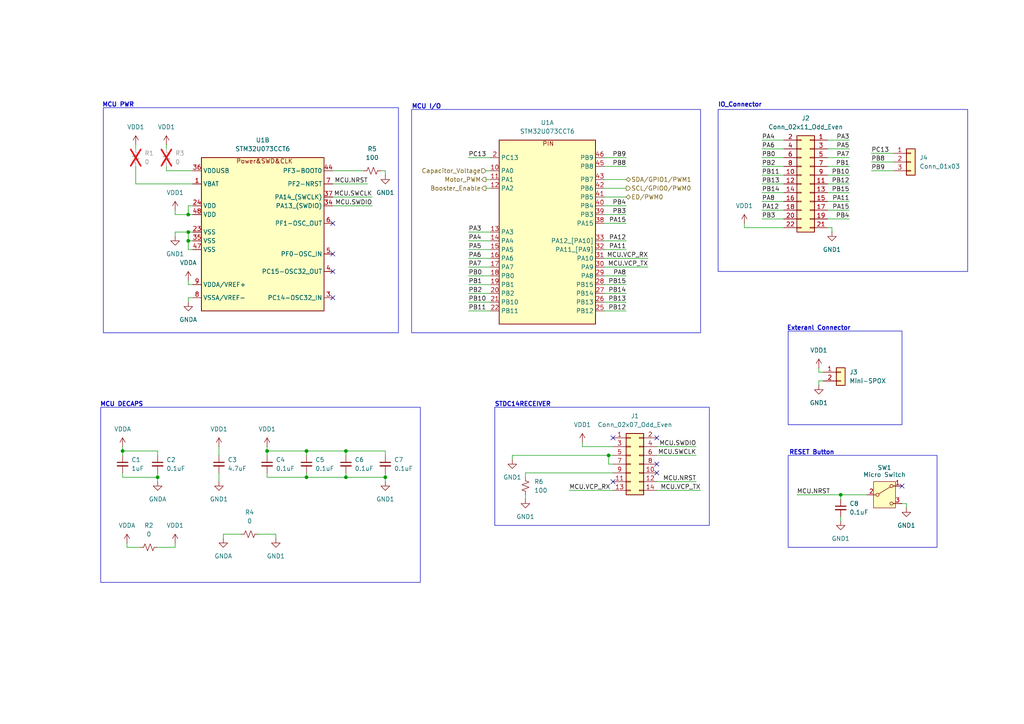
<source format=kicad_sch>
(kicad_sch (version 20231120) (generator "eeschema") (generator_version "8.0")
  (paper "A4")
  (title_block (title "Simple Lock MCU") (date "2024-04-27") (company "MAZE"))
  (lib_symbols
    (symbol "Connector_Generic:Conn_01x02" (pin_names (offset 1.016) hide)
      (property "Reference" "J" (at 0 2.54 0))
      (property "Value" "Conn_01x02" (at 0 -5.08 0))
      (symbol "Conn_01x02_1_1"
        (rectangle (start -1.27 -2.413) (end 0 -2.667) (stroke (width 0.1524)))
        (rectangle (start -1.27 0.127) (end 0 -0.127) (stroke (width 0.1524)))
        (rectangle (start -1.27 1.27) (end 1.27 -3.81) (stroke (width 0.254)) (fill (type background)))
        (pin passive line (at -5.08 0 0) (length 3.81) (name "Pin_1") (number "1"))
        (pin passive line (at -5.08 -2.54 0) (length 3.81) (name "Pin_2") (number "2"))
      )
    )
    (symbol "Connector_Generic:Conn_01x03" (pin_names (offset 1.016) hide)
      (property "Reference" "J" (at 0 5.08 0))
      (property "Value" "Conn_01x03" (at 0 -5.08 0))
      (symbol "Conn_01x03_1_1"
        (rectangle (start -1.27 -2.413) (end 0 -2.667) (stroke (width 0.1524)))
        (rectangle (start -1.27 0.127) (end 0 -0.127) (stroke (width 0.1524)))
        (rectangle (start -1.27 2.667) (end 0 2.413) (stroke (width 0.1524)))
        (rectangle (start -1.27 3.81) (end 1.27 -3.81) (stroke (width 0.254)) (fill (type background)))
        (pin passive line (at -5.08 2.54 0) (length 3.81) (name "Pin_1") (number "1"))
        (pin passive line (at -5.08 0 0) (length 3.81) (name "Pin_2") (number "2"))
        (pin passive line (at -5.08 -2.54 0) (length 3.81) (name "Pin_3") (number "3"))
      )
    )
    (symbol "Connector_Generic:Conn_02x07_Odd_Even" (pin_names (offset 1.016) hide)
      (property "Reference" "J" (at 1.27 10.16 0))
      (property "Value" "Conn_02x07_Odd_Even" (at 1.27 -10.16 0))
      (symbol "Conn_02x07_Odd_Even_1_1"
        (rectangle (start -1.27 -7.493) (end 0 -7.747) (stroke (width 0.1524)))
        (rectangle (start -1.27 -4.953) (end 0 -5.207) (stroke (width 0.1524)))
        (rectangle (start -1.27 -2.413) (end 0 -2.667) (stroke (width 0.1524)))
        (rectangle (start -1.27 0.127) (end 0 -0.127) (stroke (width 0.1524)))
        (rectangle (start -1.27 2.667) (end 0 2.413) (stroke (width 0.1524)))
        (rectangle (start -1.27 5.207) (end 0 4.953) (stroke (width 0.1524)))
        (rectangle (start -1.27 7.747) (end 0 7.493) (stroke (width 0.1524)))
        (rectangle (start -1.27 8.89) (end 3.81 -8.89) (stroke (width 0.254)) (fill (type background)))
        (rectangle (start 3.81 -7.493) (end 2.54 -7.747) (stroke (width 0.1524)))
        (rectangle (start 3.81 -4.953) (end 2.54 -5.207) (stroke (width 0.1524)))
        (rectangle (start 3.81 -2.413) (end 2.54 -2.667) (stroke (width 0.1524)))
        (rectangle (start 3.81 0.127) (end 2.54 -0.127) (stroke (width 0.1524)))
        (rectangle (start 3.81 2.667) (end 2.54 2.413) (stroke (width 0.1524)))
        (rectangle (start 3.81 5.207) (end 2.54 4.953) (stroke (width 0.1524)))
        (rectangle (start 3.81 7.747) (end 2.54 7.493) (stroke (width 0.1524)))
        (pin passive line (at -5.08 7.62 0) (length 3.81) (name "Pin_1") (number "1"))
        (pin passive line (at 7.62 -2.54 180) (length 3.81) (name "Pin_10") (number "10"))
        (pin passive line (at -5.08 -5.08 0) (length 3.81) (name "Pin_11") (number "11"))
        (pin passive line (at 7.62 -5.08 180) (length 3.81) (name "Pin_12") (number "12"))
        (pin passive line (at -5.08 -7.62 0) (length 3.81) (name "Pin_13") (number "13"))
        (pin passive line (at 7.62 -7.62 180) (length 3.81) (name "Pin_14") (number "14"))
        (pin passive line (at 7.62 7.62 180) (length 3.81) (name "Pin_2") (number "2"))
        (pin passive line (at -5.08 5.08 0) (length 3.81) (name "Pin_3") (number "3"))
        (pin passive line (at 7.62 5.08 180) (length 3.81) (name "Pin_4") (number "4"))
        (pin passive line (at -5.08 2.54 0) (length 3.81) (name "Pin_5") (number "5"))
        (pin passive line (at 7.62 2.54 180) (length 3.81) (name "Pin_6") (number "6"))
        (pin passive line (at -5.08 0 0) (length 3.81) (name "Pin_7") (number "7"))
        (pin passive line (at 7.62 0 180) (length 3.81) (name "Pin_8") (number "8"))
        (pin passive line (at -5.08 -2.54 0) (length 3.81) (name "Pin_9") (number "9"))
      )
    )
    (symbol "Connector_Generic:Conn_02x11_Odd_Even" (pin_names (offset 1.016) hide)
      (property "Reference" "J" (at 1.27 15.24 0))
      (property "Value" "Conn_02x11_Odd_Even" (at 1.27 -15.24 0))
      (symbol "Conn_02x11_Odd_Even_1_1"
        (rectangle (start -1.27 -12.573) (end 0 -12.827) (stroke (width 0.1524)))
        (rectangle (start -1.27 -10.033) (end 0 -10.287) (stroke (width 0.1524)))
        (rectangle (start -1.27 -7.493) (end 0 -7.747) (stroke (width 0.1524)))
        (rectangle (start -1.27 -4.953) (end 0 -5.207) (stroke (width 0.1524)))
        (rectangle (start -1.27 -2.413) (end 0 -2.667) (stroke (width 0.1524)))
        (rectangle (start -1.27 0.127) (end 0 -0.127) (stroke (width 0.1524)))
        (rectangle (start -1.27 2.667) (end 0 2.413) (stroke (width 0.1524)))
        (rectangle (start -1.27 5.207) (end 0 4.953) (stroke (width 0.1524)))
        (rectangle (start -1.27 7.747) (end 0 7.493) (stroke (width 0.1524)))
        (rectangle (start -1.27 10.287) (end 0 10.033) (stroke (width 0.1524)))
        (rectangle (start -1.27 12.827) (end 0 12.573) (stroke (width 0.1524)))
        (rectangle (start -1.27 13.97) (end 3.81 -13.97) (stroke (width 0.254)) (fill (type background)))
        (rectangle (start 3.81 -12.573) (end 2.54 -12.827) (stroke (width 0.1524)))
        (rectangle (start 3.81 -10.033) (end 2.54 -10.287) (stroke (width 0.1524)))
        (rectangle (start 3.81 -7.493) (end 2.54 -7.747) (stroke (width 0.1524)))
        (rectangle (start 3.81 -4.953) (end 2.54 -5.207) (stroke (width 0.1524)))
        (rectangle (start 3.81 -2.413) (end 2.54 -2.667) (stroke (width 0.1524)))
        (rectangle (start 3.81 0.127) (end 2.54 -0.127) (stroke (width 0.1524)))
        (rectangle (start 3.81 2.667) (end 2.54 2.413) (stroke (width 0.1524)))
        (rectangle (start 3.81 5.207) (end 2.54 4.953) (stroke (width 0.1524)))
        (rectangle (start 3.81 7.747) (end 2.54 7.493) (stroke (width 0.1524)))
        (rectangle (start 3.81 10.287) (end 2.54 10.033) (stroke (width 0.1524)))
        (rectangle (start 3.81 12.827) (end 2.54 12.573) (stroke (width 0.1524)))
        (pin passive line (at -5.08 12.7 0) (length 3.81) (name "Pin_1") (number "1"))
        (pin passive line (at 7.62 2.54 180) (length 3.81) (name "Pin_10") (number "10"))
        (pin passive line (at -5.08 0 0) (length 3.81) (name "Pin_11") (number "11"))
        (pin passive line (at 7.62 0 180) (length 3.81) (name "Pin_12") (number "12"))
        (pin passive line (at -5.08 -2.54 0) (length 3.81) (name "Pin_13") (number "13"))
        (pin passive line (at 7.62 -2.54 180) (length 3.81) (name "Pin_14") (number "14"))
        (pin passive line (at -5.08 -5.08 0) (length 3.81) (name "Pin_15") (number "15"))
        (pin passive line (at 7.62 -5.08 180) (length 3.81) (name "Pin_16") (number "16"))
        (pin passive line (at -5.08 -7.62 0) (length 3.81) (name "Pin_17") (number "17"))
        (pin passive line (at 7.62 -7.62 180) (length 3.81) (name "Pin_18") (number "18"))
        (pin passive line (at -5.08 -10.16 0) (length 3.81) (name "Pin_19") (number "19"))
        (pin passive line (at 7.62 12.7 180) (length 3.81) (name "Pin_2") (number "2"))
        (pin passive line (at 7.62 -10.16 180) (length 3.81) (name "Pin_20") (number "20"))
        (pin passive line (at -5.08 -12.7 0) (length 3.81) (name "Pin_21") (number "21"))
        (pin passive line (at 7.62 -12.7 180) (length 3.81) (name "Pin_22") (number "22"))
        (pin passive line (at -5.08 10.16 0) (length 3.81) (name "Pin_3") (number "3"))
        (pin passive line (at 7.62 10.16 180) (length 3.81) (name "Pin_4") (number "4"))
        (pin passive line (at -5.08 7.62 0) (length 3.81) (name "Pin_5") (number "5"))
        (pin passive line (at 7.62 7.62 180) (length 3.81) (name "Pin_6") (number "6"))
        (pin passive line (at -5.08 5.08 0) (length 3.81) (name "Pin_7") (number "7"))
        (pin passive line (at 7.62 5.08 180) (length 3.81) (name "Pin_8") (number "8"))
        (pin passive line (at -5.08 2.54 0) (length 3.81) (name "Pin_9") (number "9"))
      )
    )
    (symbol "Device:C_Small" (pin_numbers hide) (pin_names (offset 0.254) hide)
      (property "Reference" "C" (at 0.254 1.778 0))
      (property "Value" "C_Small" (at 0.254 -2.032 0))
      (symbol "C_Small_0_1"
        (polyline (pts (xy -1.524 -0.508) (xy 1.524 -0.508)) (stroke (width 0.3302)))
        (polyline (pts (xy -1.524 0.508) (xy 1.524 0.508)) (stroke (width 0.3048)))
      )
      (symbol "C_Small_1_1"
        (pin passive line (at 0 2.54 270) (length 2.032) (name "~") (number "1"))
        (pin passive line (at 0 -2.54 90) (length 2.032) (name "~") (number "2"))
      )
    )
    (symbol "Device:R_Small_US" (pin_numbers hide) (pin_names (offset 0.254) hide)
      (property "Reference" "R" (at 0.762 0.508 0))
      (property "Value" "R_Small_US" (at 0.762 -1.016 0))
      (symbol "R_Small_US_1_1"
        (polyline (pts (xy 0 0) (xy 1.016 -0.381) (xy 0 -0.762) (xy -1.016 -1.143) (xy 0 -1.524)))
        (polyline (pts (xy 0 1.524) (xy 1.016 1.143) (xy 0 0.762) (xy -1.016 0.381) (xy 0 0)))
        (pin passive line (at 0 2.54 270) (length 1.016) (name "~") (number "1"))
        (pin passive line (at 0 -2.54 90) (length 1.016) (name "~") (number "2"))
      )
    )
    (symbol "HS_MCU:STM32U073CCT6"
      (property "Reference" "U" (at 0 0 0))
      (property "Value" "STM32U073CCT6" (at 0 0 0))
      (symbol "STM32U073CCT6_1_1"
        (rectangle (start 0 0) (end 27.94 -53.34) (stroke (width 0.254)) (fill (type background)))
        (text "PIN" (at 14.224 -1.016 0) (effects (font (size 1.27 1.27))))
        (pin passive line (at -2.54 -8.89 0) (length 2.54) (name "PA0") (number "10"))
        (pin passive line (at -2.54 -11.43 0) (length 2.54) (name "PA1") (number "11"))
        (pin passive line (at -2.54 -13.97 0) (length 2.54) (name "PA2") (number "12"))
        (pin passive line (at -2.54 -26.67 0) (length 2.54) (name "PA3") (number "13"))
        (pin passive line (at -2.54 -29.21 0) (length 2.54) (name "PA4") (number "14"))
        (pin passive line (at -2.54 -31.75 0) (length 2.54) (name "PA5") (number "15"))
        (pin passive line (at -2.54 -34.29 0) (length 2.54) (name "PA6") (number "16"))
        (pin passive line (at -2.54 -36.83 0) (length 2.54) (name "PA7") (number "17"))
        (pin passive line (at -2.54 -39.37 0) (length 2.54) (name "PB0") (number "18"))
        (pin passive line (at -2.54 -41.91 0) (length 2.54) (name "PB1") (number "19"))
        (pin passive line (at -2.54 -5.08 0) (length 2.54) (name "PC13") (number "2"))
        (pin passive line (at -2.54 -44.45 0) (length 2.54) (name "PB2") (number "20"))
        (pin passive line (at -2.54 -46.99 0) (length 2.54) (name "PB10") (number "21"))
        (pin passive line (at -2.54 -49.53 0) (length 2.54) (name "PB11") (number "22"))
        (pin passive line (at 30.48 -49.53 180) (length 2.54) (name "PB12") (number "25"))
        (pin passive line (at 30.48 -46.99 180) (length 2.54) (name "PB13") (number "26"))
        (pin passive line (at 30.48 -44.45 180) (length 2.54) (name "PB14") (number "27"))
        (pin passive line (at 30.48 -41.91 180) (length 2.54) (name "PB15") (number "28"))
        (pin passive line (at 30.48 -39.37 180) (length 2.54) (name "PA8") (number "29"))
        (pin passive line (at 30.48 -36.83 180) (length 2.54) (name "PA9") (number "30"))
        (pin passive line (at 30.48 -34.29 180) (length 2.54) (name "PA10") (number "31"))
        (pin passive line (at 30.48 -31.75 180) (length 2.54) (name "PA11_[PA9]") (number "32"))
        (pin passive line (at 30.48 -29.21 180) (length 2.54) (name "PA12_[PA10]") (number "33"))
        (pin passive line (at 30.48 -24.13 180) (length 2.54) (name "PA15") (number "38"))
        (pin passive line (at 30.48 -21.59 180) (length 2.54) (name "PB3") (number "39"))
        (pin passive line (at 30.48 -19.05 180) (length 2.54) (name "PB4") (number "40"))
        (pin passive line (at 30.48 -16.51 180) (length 2.54) (name "PB5") (number "41"))
        (pin passive line (at 30.48 -13.97 180) (length 2.54) (name "PB6") (number "42"))
        (pin passive line (at 30.48 -11.43 180) (length 2.54) (name "PB7") (number "43"))
        (pin passive line (at 30.48 -7.62 180) (length 2.54) (name "PB8") (number "45"))
        (pin passive line (at 30.48 -5.08 180) (length 2.54) (name "PB9") (number "46"))
      )
      (symbol "STM32U073CCT6_2_1"
        (rectangle (start 0 0) (end 35.56 -44.45) (stroke (width 0.254)) (fill (type background)))
        (text "Power&SWD&CLK" (at 18.288 -1.016 0) (effects (font (size 1.27 1.27))))
        (pin passive line (at -2.54 -7.62 0) (length 2.54) (name "VBAT") (number "1"))
        (pin passive line (at -2.54 -21.59 0) (length 2.54) (name "VSS") (number "23"))
        (pin passive line (at -2.54 -13.97 0) (length 2.54) (name "VDD") (number "24"))
        (pin passive line (at 38.1 -40.64 180) (length 2.54) (name "PC14-OSC32_IN") (number "3"))
        (pin passive line (at 38.1 -13.97 180) (length 2.54) (name "PA13_(SWDIO)") (number "34"))
        (pin passive line (at -2.54 -24.13 0) (length 2.54) (name "VSS") (number "35"))
        (pin passive line (at -2.54 -3.81 0) (length 2.54) (name "VDDUSB") (number "36"))
        (pin passive line (at 38.1 -11.43 180) (length 2.54) (name "PA14_(SWCLK)") (number "37"))
        (pin passive line (at 38.1 -33.02 180) (length 2.54) (name "PC15-OSC32_OUT") (number "4"))
        (pin passive line (at 38.1 -3.81 180) (length 2.54) (name "PF3-BOOT0") (number "44"))
        (pin passive line (at -2.54 -26.67 0) (length 2.54) (name "VSS") (number "47"))
        (pin passive line (at -2.54 -16.51 0) (length 2.54) (name "VDD") (number "48"))
        (pin passive line (at 38.1 -27.94 180) (length 2.54) (name "PF0-OSC_IN") (number "5"))
        (pin passive line (at 38.1 -19.05 180) (length 2.54) (name "PF1-OSC_OUT") (number "6"))
        (pin passive line (at 38.1 -7.62 180) (length 2.54) (name "PF2-NRST") (number "7"))
        (pin passive line (at -2.54 -40.64 0) (length 2.54) (name "VSSA/VREF-") (number "8"))
        (pin passive line (at -2.54 -36.83 0) (length 2.54) (name "VDDA/VREF+") (number "9"))
      )
    )
    (symbol "STM32U073CCT6_1"
      (property "Reference" "U" (at 0 0 0))
      (property "Value" "STM32U073CCT6" (at 0 0 0))
      (symbol "STM32U073CCT6_1_1_1"
        (rectangle (start 0 0) (end 27.94 -53.34) (stroke (width 0.254)) (fill (type background)))
        (text "PIN" (at 14.224 -1.016 0) (effects (font (size 1.27 1.27))))
        (pin passive line (at -2.54 -8.89 0) (length 2.54) (name "PA0") (number "10"))
        (pin passive line (at -2.54 -11.43 0) (length 2.54) (name "PA1") (number "11"))
        (pin passive line (at -2.54 -13.97 0) (length 2.54) (name "PA2") (number "12"))
        (pin passive line (at -2.54 -26.67 0) (length 2.54) (name "PA3") (number "13"))
        (pin passive line (at -2.54 -29.21 0) (length 2.54) (name "PA4") (number "14"))
        (pin passive line (at -2.54 -31.75 0) (length 2.54) (name "PA5") (number "15"))
        (pin passive line (at -2.54 -34.29 0) (length 2.54) (name "PA6") (number "16"))
        (pin passive line (at -2.54 -36.83 0) (length 2.54) (name "PA7") (number "17"))
        (pin passive line (at -2.54 -39.37 0) (length 2.54) (name "PB0") (number "18"))
        (pin passive line (at -2.54 -41.91 0) (length 2.54) (name "PB1") (number "19"))
        (pin passive line (at -2.54 -5.08 0) (length 2.54) (name "PC13") (number "2"))
        (pin passive line (at -2.54 -44.45 0) (length 2.54) (name "PB2") (number "20"))
        (pin passive line (at -2.54 -46.99 0) (length 2.54) (name "PB10") (number "21"))
        (pin passive line (at -2.54 -49.53 0) (length 2.54) (name "PB11") (number "22"))
        (pin passive line (at 30.48 -49.53 180) (length 2.54) (name "PB12") (number "25"))
        (pin passive line (at 30.48 -46.99 180) (length 2.54) (name "PB13") (number "26"))
        (pin passive line (at 30.48 -44.45 180) (length 2.54) (name "PB14") (number "27"))
        (pin passive line (at 30.48 -41.91 180) (length 2.54) (name "PB15") (number "28"))
        (pin passive line (at 30.48 -39.37 180) (length 2.54) (name "PA8") (number "29"))
        (pin passive line (at 30.48 -36.83 180) (length 2.54) (name "PA9") (number "30"))
        (pin passive line (at 30.48 -34.29 180) (length 2.54) (name "PA10") (number "31"))
        (pin passive line (at 30.48 -31.75 180) (length 2.54) (name "PA11_[PA9]") (number "32"))
        (pin passive line (at 30.48 -29.21 180) (length 2.54) (name "PA12_[PA10]") (number "33"))
        (pin passive line (at 30.48 -24.13 180) (length 2.54) (name "PA15") (number "38"))
        (pin passive line (at 30.48 -21.59 180) (length 2.54) (name "PB3") (number "39"))
        (pin passive line (at 30.48 -19.05 180) (length 2.54) (name "PB4") (number "40"))
        (pin passive line (at 30.48 -16.51 180) (length 2.54) (name "PB5") (number "41"))
        (pin passive line (at 30.48 -13.97 180) (length 2.54) (name "PB6") (number "42"))
        (pin passive line (at 30.48 -11.43 180) (length 2.54) (name "PB7") (number "43"))
        (pin passive line (at 30.48 -7.62 180) (length 2.54) (name "PB8") (number "45"))
        (pin passive line (at 30.48 -5.08 180) (length 2.54) (name "PB9") (number "46"))
      )
      (symbol "STM32U073CCT6_1_2_1"
        (rectangle (start 0 0) (end 35.56 -44.45) (stroke (width 0.254)) (fill (type background)))
        (text "Power&SWD&CLK" (at 18.288 -1.016 0) (effects (font (size 1.27 1.27))))
        (pin passive line (at -2.54 -7.62 0) (length 2.54) (name "VBAT") (number "1"))
        (pin passive line (at -2.54 -21.59 0) (length 2.54) (name "VSS") (number "23"))
        (pin passive line (at -2.54 -13.97 0) (length 2.54) (name "VDD") (number "24"))
        (pin passive line (at 38.1 -40.64 180) (length 2.54) (name "PC14-OSC32_IN") (number "3"))
        (pin passive line (at 38.1 -13.97 180) (length 2.54) (name "PA13_(SWDIO)") (number "34"))
        (pin passive line (at -2.54 -24.13 0) (length 2.54) (name "VSS") (number "35"))
        (pin passive line (at -2.54 -3.81 0) (length 2.54) (name "VDDUSB") (number "36"))
        (pin passive line (at 38.1 -11.43 180) (length 2.54) (name "PA14_(SWCLK)") (number "37"))
        (pin passive line (at 38.1 -33.02 180) (length 2.54) (name "PC15-OSC32_OUT") (number "4"))
        (pin passive line (at 38.1 -3.81 180) (length 2.54) (name "PF3-BOOT0") (number "44"))
        (pin passive line (at -2.54 -26.67 0) (length 2.54) (name "VSS") (number "47"))
        (pin passive line (at -2.54 -16.51 0) (length 2.54) (name "VDD") (number "48"))
        (pin passive line (at 38.1 -27.94 180) (length 2.54) (name "PF0-OSC_IN") (number "5"))
        (pin passive line (at 38.1 -19.05 180) (length 2.54) (name "PF1-OSC_OUT") (number "6"))
        (pin passive line (at 38.1 -7.62 180) (length 2.54) (name "PF2-NRST") (number "7"))
        (pin passive line (at -2.54 -40.64 0) (length 2.54) (name "VSSA/VREF-") (number "8"))
        (pin passive line (at -2.54 -36.83 0) (length 2.54) (name "VDDA/VREF+") (number "9"))
      )
    )
    (symbol "Switch:SW_SPDT" (pin_names (offset 0) hide)
      (property "Reference" "SW" (at 0 5.08 0))
      (property "Value" "SW_SPDT" (at 0 -5.08 0))
      (symbol "SW_SPDT_0_1"
        (circle (center -2.032 0) (radius 0.4572))
        (polyline (pts (xy -1.651 0.254) (xy 1.651 2.286)))
        (circle (center 2.032 -2.54) (radius 0.4572))
        (circle (center 2.032 2.54) (radius 0.4572))
      )
      (symbol "SW_SPDT_1_1"
        (rectangle (start -3.175 3.81) (end 3.175 -3.81) (fill (type background)))
        (pin passive line (at 5.08 2.54 180) (length 2.54) (name "A") (number "1"))
        (pin passive line (at -5.08 0 0) (length 2.54) (name "B") (number "2"))
        (pin passive line (at 5.08 -2.54 180) (length 2.54) (name "C") (number "3"))
      )
    )
    (symbol "power:GND1" (power) (pin_numbers hide) (pin_names (offset 0) hide)
      (property "Value" "GND1" (at 0 -3.81 0))
      (symbol "GND1_0_1"
        (polyline (pts (xy 0 0) (xy 0 -1.27) (xy 1.27 -1.27) (xy 0 -2.54) (xy -1.27 -1.27) (xy 0 -1.27)))
      )
      (symbol "GND1_1_1"
        (pin power_in line (at 0 0 270) (length 0) (name "~") (number "1"))
      )
    )
    (symbol "power:GNDA" (power) (pin_numbers hide) (pin_names (offset 0) hide)
      (property "Value" "GNDA" (at 0 -3.81 0))
      (symbol "GNDA_0_1"
        (polyline (pts (xy 0 0) (xy 0 -1.27) (xy 1.27 -1.27) (xy 0 -2.54) (xy -1.27 -1.27) (xy 0 -1.27)))
      )
      (symbol "GNDA_1_1"
        (pin power_in line (at 0 0 270) (length 0) (name "~") (number "1"))
      )
    )
    (symbol "power:VDD" (power) (pin_numbers hide) (pin_names (offset 0) hide)
      (property "Value" "VDD" (at 0 3.556 0))
      (symbol "VDD_0_1"
        (polyline (pts (xy -0.762 1.27) (xy 0 2.54)))
        (polyline (pts (xy 0 0) (xy 0 2.54)))
        (polyline (pts (xy 0 2.54) (xy 0.762 1.27)))
      )
      (symbol "VDD_1_1"
        (pin power_in line (at 0 0 90) (length 0) (name "~") (number "1"))
      )
    )
    (symbol "power:VDDA" (power) (pin_numbers hide) (pin_names (offset 0) hide)
      (property "Value" "VDDA" (at 0 3.556 0))
      (symbol "VDDA_0_1"
        (polyline (pts (xy -0.762 1.27) (xy 0 2.54)))
        (polyline (pts (xy 0 0) (xy 0 2.54)))
        (polyline (pts (xy 0 2.54) (xy 0.762 1.27)))
      )
      (symbol "VDDA_1_1"
        (pin power_in line (at 0 0 90) (length 0) (name "~") (number "1"))
      )
    )
  )
  (junction (at 54.61 69.85))
  (junction (at 54.61 67.31))
  (junction (at 111.76 138.43))
  (junction (at 176.53 132.08))
  (junction (at 77.47 130.81))
  (junction (at 100.33 138.43))
  (junction (at 54.61 62.23))
  (junction (at 35.56 130.81))
  (junction (at 88.9 130.81))
  (junction (at 45.72 138.43))
  (junction (at 88.9 138.43))
  (junction (at 243.84 143.51))
  (junction (at 100.33 130.81))
  (no_connect (at 190.5 134.62))
  (no_connect (at 96.52 86.36))
  (no_connect (at 177.8 127))
  (no_connect (at 177.8 139.7))
  (no_connect (at 96.52 64.77))
  (no_connect (at 96.52 73.66))
  (no_connect (at 190.5 137.16))
  (no_connect (at 96.52 78.74))
  (no_connect (at 261.62 140.97))
  (no_connect (at 190.5 127))
  (wire (pts (xy 240.03 55.88) (xy 246.38 55.88)))
  (wire (pts (xy 45.72 138.43) (xy 45.72 137.16)))
  (wire (pts (xy 135.89 72.39) (xy 142.24 72.39)))
  (wire (pts (xy 100.33 138.43) (xy 111.76 138.43)))
  (wire (pts (xy 88.9 138.43) (xy 100.33 138.43)))
  (wire (pts (xy 100.33 130.81) (xy 111.76 130.81)))
  (wire (pts (xy 246.38 48.26) (xy 240.03 48.26)))
  (wire (pts (xy 96.52 49.53) (xy 105.41 49.53)))
  (wire (pts (xy 111.76 49.53) (xy 110.49 49.53)))
  (wire (pts (xy 181.61 57.15) (xy 175.26 57.15)))
  (wire (pts (xy 227.33 40.64) (xy 220.98 40.64)))
  (wire (pts (xy 152.4 143.51) (xy 152.4 144.78)))
  (wire (pts (xy 54.61 62.23) (xy 50.8 62.23)))
  (wire (pts (xy 48.26 48.26) (xy 48.26 49.53)))
  (wire (pts (xy 175.26 48.26) (xy 181.61 48.26)))
  (wire (pts (xy 243.84 143.51) (xy 251.46 143.51)))
  (wire (pts (xy 64.77 154.94) (xy 69.85 154.94)))
  (wire (pts (xy 100.33 137.16) (xy 100.33 138.43)))
  (wire (pts (xy 262.89 146.05) (xy 261.62 146.05)))
  (wire (pts (xy 135.89 80.01) (xy 142.24 80.01)))
  (wire (pts (xy 45.72 130.81) (xy 45.72 132.08)))
  (wire (pts (xy 77.47 137.16) (xy 77.47 138.43)))
  (wire (pts (xy 55.88 82.55) (xy 54.61 82.55)))
  (wire (pts (xy 77.47 130.81) (xy 88.9 130.81)))
  (wire (pts (xy 96.52 59.69) (xy 107.95 59.69)))
  (wire (pts (xy 262.89 147.32) (xy 262.89 146.05)))
  (wire (pts (xy 240.03 58.42) (xy 246.38 58.42)))
  (wire (pts (xy 54.61 69.85) (xy 55.88 69.85)))
  (wire (pts (xy 100.33 130.81) (xy 100.33 132.08)))
  (wire (pts (xy 165.1 142.24) (xy 177.8 142.24)))
  (wire (pts (xy 48.26 41.91) (xy 48.26 43.18)))
  (wire (pts (xy 175.26 77.47) (xy 187.96 77.47)))
  (wire (pts (xy 190.5 139.7) (xy 201.93 139.7)))
  (wire (pts (xy 237.49 106.68) (xy 237.49 107.95)))
  (wire (pts (xy 240.03 60.96) (xy 246.38 60.96)))
  (wire (pts (xy 88.9 130.81) (xy 100.33 130.81)))
  (wire (pts (xy 35.56 130.81) (xy 45.72 130.81)))
  (wire (pts (xy 220.98 58.42) (xy 227.33 58.42)))
  (wire (pts (xy 135.89 85.09) (xy 142.24 85.09)))
  (wire (pts (xy 227.33 63.5) (xy 220.98 63.5)))
  (wire (pts (xy 140.97 49.53) (xy 142.24 49.53)))
  (wire (pts (xy 175.26 45.72) (xy 181.61 45.72)))
  (wire (pts (xy 54.61 59.69) (xy 54.61 62.23)))
  (wire (pts (xy 140.97 52.07) (xy 142.24 52.07)))
  (wire (pts (xy 54.61 69.85) (xy 54.61 72.39)))
  (wire (pts (xy 220.98 53.34) (xy 227.33 53.34)))
  (wire (pts (xy 135.89 69.85) (xy 142.24 69.85)))
  (wire (pts (xy 175.26 72.39) (xy 181.61 72.39)))
  (wire (pts (xy 190.5 142.24) (xy 203.2 142.24)))
  (wire (pts (xy 135.89 82.55) (xy 142.24 82.55)))
  (wire (pts (xy 135.89 74.93) (xy 142.24 74.93)))
  (wire (pts (xy 240.03 63.5) (xy 246.38 63.5)))
  (wire (pts (xy 111.76 137.16) (xy 111.76 138.43)))
  (wire (pts (xy 54.61 67.31) (xy 55.88 67.31)))
  (wire (pts (xy 175.26 90.17) (xy 181.61 90.17)))
  (wire (pts (xy 39.37 48.26) (xy 39.37 53.34)))
  (wire (pts (xy 148.59 132.08) (xy 148.59 133.35)))
  (wire (pts (xy 190.5 129.54) (xy 201.93 129.54)))
  (wire (pts (xy 181.61 54.61) (xy 175.26 54.61)))
  (wire (pts (xy 135.89 90.17) (xy 142.24 90.17)))
  (wire (pts (xy 237.49 107.95) (xy 238.76 107.95)))
  (wire (pts (xy 168.91 129.54) (xy 177.8 129.54)))
  (wire (pts (xy 175.26 74.93) (xy 187.96 74.93)))
  (wire (pts (xy 39.37 41.91) (xy 39.37 43.18)))
  (wire (pts (xy 77.47 130.81) (xy 77.47 132.08)))
  (wire (pts (xy 54.61 86.36) (xy 54.61 87.63)))
  (wire (pts (xy 240.03 53.34) (xy 246.38 53.34)))
  (wire (pts (xy 80.01 156.21) (xy 80.01 154.94)))
  (wire (pts (xy 252.73 44.45) (xy 259.08 44.45)))
  (wire (pts (xy 54.61 59.69) (xy 55.88 59.69)))
  (wire (pts (xy 35.56 129.54) (xy 35.56 130.81)))
  (wire (pts (xy 252.73 49.53) (xy 259.08 49.53)))
  (wire (pts (xy 227.33 50.8) (xy 220.98 50.8)))
  (wire (pts (xy 231.14 143.51) (xy 243.84 143.51)))
  (wire (pts (xy 35.56 132.08) (xy 35.56 130.81)))
  (wire (pts (xy 237.49 110.49) (xy 237.49 111.76)))
  (wire (pts (xy 55.88 49.53) (xy 48.26 49.53)))
  (wire (pts (xy 111.76 49.53) (xy 111.76 50.8)))
  (wire (pts (xy 175.26 64.77) (xy 181.61 64.77)))
  (wire (pts (xy 175.26 82.55) (xy 181.61 82.55)))
  (wire (pts (xy 54.61 82.55) (xy 54.61 81.28)))
  (wire (pts (xy 50.8 157.48) (xy 50.8 158.75)))
  (wire (pts (xy 175.26 59.69) (xy 181.61 59.69)))
  (wire (pts (xy 135.89 67.31) (xy 142.24 67.31)))
  (wire (pts (xy 175.26 87.63) (xy 181.61 87.63)))
  (wire (pts (xy 135.89 77.47) (xy 142.24 77.47)))
  (wire (pts (xy 168.91 128.27) (xy 168.91 129.54)))
  (wire (pts (xy 36.83 158.75) (xy 40.64 158.75)))
  (wire (pts (xy 246.38 43.18) (xy 240.03 43.18)))
  (wire (pts (xy 55.88 72.39) (xy 54.61 72.39)))
  (wire (pts (xy 111.76 132.08) (xy 111.76 130.81)))
  (wire (pts (xy 54.61 67.31) (xy 54.61 69.85)))
  (wire (pts (xy 220.98 60.96) (xy 227.33 60.96)))
  (wire (pts (xy 63.5 137.16) (xy 63.5 139.7)))
  (wire (pts (xy 39.37 53.34) (xy 55.88 53.34)))
  (wire (pts (xy 50.8 62.23) (xy 50.8 60.96)))
  (wire (pts (xy 152.4 137.16) (xy 177.8 137.16)))
  (wire (pts (xy 45.72 138.43) (xy 45.72 139.7)))
  (wire (pts (xy 241.3 66.04) (xy 240.03 66.04)))
  (wire (pts (xy 64.77 156.21) (xy 64.77 154.94)))
  (wire (pts (xy 77.47 129.54) (xy 77.47 130.81)))
  (wire (pts (xy 177.8 132.08) (xy 176.53 132.08)))
  (wire (pts (xy 96.52 53.34) (xy 106.68 53.34)))
  (wire (pts (xy 35.56 138.43) (xy 45.72 138.43)))
  (wire (pts (xy 80.01 154.94) (xy 74.93 154.94)))
  (wire (pts (xy 227.33 48.26) (xy 220.98 48.26)))
  (wire (pts (xy 111.76 138.43) (xy 111.76 139.7)))
  (wire (pts (xy 227.33 43.18) (xy 220.98 43.18)))
  (wire (pts (xy 241.3 67.31) (xy 241.3 66.04)))
  (wire (pts (xy 135.89 45.72) (xy 142.24 45.72)))
  (wire (pts (xy 88.9 130.81) (xy 88.9 132.08)))
  (wire (pts (xy 96.52 57.15) (xy 107.95 57.15)))
  (wire (pts (xy 243.84 149.86) (xy 243.84 151.13)))
  (wire (pts (xy 35.56 137.16) (xy 35.56 138.43)))
  (wire (pts (xy 135.89 87.63) (xy 142.24 87.63)))
  (wire (pts (xy 227.33 45.72) (xy 220.98 45.72)))
  (wire (pts (xy 190.5 132.08) (xy 201.93 132.08)))
  (wire (pts (xy 50.8 67.31) (xy 54.61 67.31)))
  (wire (pts (xy 220.98 55.88) (xy 227.33 55.88)))
  (wire (pts (xy 175.26 85.09) (xy 181.61 85.09)))
  (wire (pts (xy 181.61 52.07) (xy 175.26 52.07)))
  (wire (pts (xy 238.76 110.49) (xy 237.49 110.49)))
  (wire (pts (xy 140.97 54.61) (xy 142.24 54.61)))
  (wire (pts (xy 246.38 50.8) (xy 240.03 50.8)))
  (wire (pts (xy 177.8 134.62) (xy 176.53 134.62)))
  (wire (pts (xy 152.4 138.43) (xy 152.4 137.16)))
  (wire (pts (xy 148.59 132.08) (xy 176.53 132.08)))
  (wire (pts (xy 54.61 62.23) (xy 55.88 62.23)))
  (wire (pts (xy 50.8 158.75) (xy 45.72 158.75)))
  (wire (pts (xy 175.26 80.01) (xy 181.61 80.01)))
  (wire (pts (xy 243.84 143.51) (xy 243.84 144.78)))
  (wire (pts (xy 246.38 40.64) (xy 240.03 40.64)))
  (wire (pts (xy 252.73 46.99) (xy 259.08 46.99)))
  (wire (pts (xy 88.9 137.16) (xy 88.9 138.43)))
  (wire (pts (xy 176.53 134.62) (xy 176.53 132.08)))
  (wire (pts (xy 215.9 66.04) (xy 215.9 64.77)))
  (wire (pts (xy 55.88 86.36) (xy 54.61 86.36)))
  (wire (pts (xy 175.26 69.85) (xy 181.61 69.85)))
  (wire (pts (xy 77.47 138.43) (xy 88.9 138.43)))
  (wire (pts (xy 175.26 62.23) (xy 181.61 62.23)))
  (wire (pts (xy 36.83 157.48) (xy 36.83 158.75)))
  (wire (pts (xy 246.38 45.72) (xy 240.03 45.72)))
  (wire (pts (xy 227.33 66.04) (xy 215.9 66.04)))
  (wire (pts (xy 63.5 129.54) (xy 63.5 132.08)))
  (wire (pts (xy 50.8 68.58) (xy 50.8 67.31)))
  (rectangle (start 143.51 118.11) (end 205.74 152.4))
  (rectangle (start 29.972 31.242) (end 115.57 96.52))
  (rectangle (start 208.28 31.75) (end 280.67 78.74))
  (rectangle (start 228.6 132.08) (end 271.78 158.75))
  (rectangle (start 29.21 118.11) (end 121.92 168.91))
  (rectangle (start 119.38 31.75) (end 203.2 96.52))
  (rectangle (start 228.6 96.012) (end 261.62 123.19))
  (text "MCU DECAPS" (at 35.306 117.348 0) (effects (font (size 1.27 1.27) (thickness 0.254) (bold yes))))
  (text "RESET Button" (at 235.458 131.318 0) (effects (font (size 1.27 1.27) (thickness 0.254) (bold yes))))
  (text "MCU PWR" (at 34.29 30.48 0) (effects (font (size 1.27 1.27) (thickness 0.254) (bold yes))))
  (text "MCU I/O" (at 123.698 30.988 0) (effects (font (size 1.27 1.27) (thickness 0.254) (bold yes))))
  (text "IO_Connector" (at 214.63 30.48 0) (effects (font (size 1.27 1.27) (thickness 0.254) (bold yes))))
  (text "STDC14RECEIVER" (at 151.638 117.348 0) (effects (font (size 1.27 1.27) (thickness 0.254) (bold yes))))
  (text "Exteranl Connector" (at 237.49 95.25 0) (effects (font (size 1.27 1.27) (thickness 0.254) (bold yes))))
  (label "PB10" (at 246.38 50.8 180))
  (label "PB0" (at 135.89 80.01 0))
  (label "PA7" (at 246.38 45.72 180))
  (label "PB3" (at 181.61 62.23 180))
  (label "PB4" (at 246.38 63.5 180))
  (label "PA12" (at 220.98 60.96 0))
  (label "PB11" (at 135.89 90.17 0))
  (label "MCU.VCP_TX" (at 187.96 77.47 180))
  (label "PB1" (at 135.89 82.55 0))
  (label "PB1" (at 246.38 48.26 180))
  (label "MCU.SWDIO" (at 107.95 59.69 180))
  (label "PA12" (at 181.61 69.85 180))
  (label "PC13" (at 252.73 44.45 0))
  (label "PC13" (at 135.89 45.72 0))
  (label "PB8" (at 181.61 48.26 180))
  (label "MCU.SWCLK" (at 201.93 132.08 180))
  (label "PA5" (at 135.89 72.39 0))
  (label "PB10" (at 135.89 87.63 0))
  (label "PB8" (at 252.73 46.99 0))
  (label "PA15" (at 246.38 60.96 180))
  (label "PA8" (at 220.98 58.42 0))
  (label "PA3" (at 246.38 40.64 180))
  (label "PB11" (at 220.98 50.8 0))
  (label "MCU.NRST" (at 201.93 139.7 180))
  (label "PB13" (at 181.61 87.63 180))
  (label "PA6" (at 220.98 43.18 0))
  (label "PB3" (at 220.98 63.5 0))
  (label "MCU.VCP_TX" (at 203.2 142.24 180))
  (label "PB2" (at 135.89 85.09 0))
  (label "PB15" (at 181.61 82.55 180))
  (label "MCU.SWDIO" (at 201.93 129.54 180))
  (label "PB9" (at 181.61 45.72 180))
  (label "PA11" (at 181.61 72.39 180))
  (label "PB12" (at 181.61 90.17 180))
  (label "MCU.NRST" (at 106.68 53.34 180))
  (label "PA3" (at 135.89 67.31 0))
  (label "PA11" (at 246.38 58.42 180))
  (label "PA8" (at 181.61 80.01 180))
  (label "PB12" (at 246.38 53.34 180))
  (label "PB15" (at 246.38 55.88 180))
  (label "PB2" (at 220.98 48.26 0))
  (label "PB14" (at 181.61 85.09 180))
  (label "PA15" (at 181.61 64.77 180))
  (label "PB9" (at 252.73 49.53 0))
  (label "MCU.SWCLK" (at 107.95 57.15 180))
  (label "PB4" (at 181.61 59.69 180))
  (label "MCU.VCP_RX" (at 165.1 142.24 0))
  (label "PA5" (at 246.38 43.18 180))
  (label "PA7" (at 135.89 77.47 0))
  (label "PB0" (at 220.98 45.72 0))
  (label "PA4" (at 220.98 40.64 0))
  (label "PB13" (at 220.98 53.34 0))
  (label "PA4" (at 135.89 69.85 0))
  (label "MCU.NRST" (at 231.14 143.51 0))
  (label "PB14" (at 220.98 55.88 0))
  (label "PA6" (at 135.89 74.93 0))
  (label "MCU.VCP_RX" (at 187.96 74.93 180))
  (hierarchical_label "ED{slash}PWM0" (shape bidirectional) (at 181.61 57.15 0))
  (hierarchical_label "Capacitor_Voltage" (shape input) (at 140.97 49.53 180))
  (hierarchical_label "SDA{slash}GPIO1{slash}PWM1" (shape bidirectional) (at 181.61 52.07 0))
  (hierarchical_label "Booster_Enable" (shape output) (at 140.97 54.61 180))
  (hierarchical_label "SCL{slash}GPIO0{slash}PWM0" (shape output) (at 181.61 54.61 0))
  (hierarchical_label "Motor_PWM" (shape output) (at 140.97 52.07 180))
  (symbol (lib_id "power:GND1") (at 262.89 147.32 0) (unit 1)
    (property "Reference" "#PWR026" (effects (hide yes)))
    (property "Value" "GND1" (at 262.89 152.4 0))
    (property "Description" "Power symbol creates a global label with name \"GND1\" , ground" (effects (hide yes)))
  )
  (symbol (lib_id "power:GND1") (at 237.49 111.76 0) (unit 1)
    (property "Reference" "#PWR023" (effects (hide yes)))
    (property "Value" "GND1" (at 237.49 116.84 0))
    (property "Description" "Power symbol creates a global label with name \"GND1\" , ground" (effects (hide yes)))
  )
  (symbol (lib_id "power:GND1") (at 50.8 68.58 0) (unit 1)
    (property "Reference" "#PWR07" (effects (hide yes)))
    (property "Value" "GND1" (at 50.8 73.66 0))
    (property "Description" "Power symbol creates a global label with name \"GND1\" , ground" (effects (hide yes)))
  )
  (symbol (lib_id "power:VDD") (at 39.37 41.91 0) (unit 1)
    (property "Reference" "#PWR03" (effects (hide yes)))
    (property "Value" "VDD1" (at 39.37 36.83 0))
    (property "Description" "Power symbol creates a global label with name \"VDD\"" (effects (hide yes)))
  )
  (symbol (lib_id "power:GND1") (at 111.76 139.7 0) (unit 1)
    (property "Reference" "#PWR017" (effects (hide yes)))
    (property "Value" "GND1" (at 111.76 144.78 0))
    (property "Description" "Power symbol creates a global label with name \"GND1\" , ground" (effects (hide yes)))
  )
  (symbol (lib_id "power:GNDA") (at 64.77 156.21 0) (unit 1)
    (property "Reference" "#PWR013" (effects (hide yes)))
    (property "Value" "GNDA" (at 64.77 161.29 0))
    (property "Description" "Power symbol creates a global label with name \"GNDA\" , analog ground" (effects (hide yes)))
  )
  (symbol (lib_id "power:GND1") (at 152.4 144.78 0) (unit 1)
    (property "Reference" "#PWR019" (effects (hide yes)))
    (property "Value" "GND1" (at 152.4 149.86 0))
    (property "Description" "Power symbol creates a global label with name \"GND1\" , ground" (effects (hide yes)))
  )
  (symbol (lib_id "power:VDDA") (at 54.61 81.28 0) (unit 1)
    (property "Reference" "#PWR09" (effects (hide yes)))
    (property "Value" "VDDA" (at 54.61 76.2 0))
    (property "Description" "Power symbol creates a global label with name \"VDDA\"" (effects (hide yes)))
  )
  (symbol (lib_id "Device:C_Small") (at 45.72 134.62 0) (unit 1)
    (property "Reference" "C2" (at 48.26 133.3562 0) (effects (justify left)))
    (property "Value" "0.1uF" (at 48.26 135.8962 0) (effects (justify left)))
    (property "Footprint" "SMD_HS:0603_1608_C" (effects (hide yes)))
    (property "Description" "Unpolarized capacitor, small symbol" (effects (hide yes)))
  )
  (symbol (lib_id "power:VDD") (at 48.26 41.91 0) (unit 1)
    (property "Reference" "#PWR05" (effects (hide yes)))
    (property "Value" "VDD1" (at 48.26 36.83 0))
    (property "Description" "Power symbol creates a global label with name \"VDD\"" (effects (hide yes)))
  )
  (symbol (lib_id "power:VDD") (at 237.49 106.68 0) (unit 1)
    (property "Reference" "#PWR022" (effects (hide yes)))
    (property "Value" "VDD1" (at 237.49 101.6 0))
    (property "Description" "Power symbol creates a global label with name \"VDD\"" (effects (hide yes)))
  )
  (symbol (lib_id "Device:R_Small_US") (at 72.39 154.94 270) (unit 1)
    (property "Reference" "R4" (at 72.39 148.59 90))
    (property "Value" "0" (at 72.39 151.13 90))
    (property "Footprint" "SMD_HS:0603_1608_R" (effects (hide yes)))
    (property "Description" "Resistor, small US symbol" (effects (hide yes)))
  )
  (symbol (lib_id "power:GNDA") (at 45.72 139.7 0) (unit 1)
    (property "Reference" "#PWR04" (effects (hide yes)))
    (property "Value" "GNDA" (at 45.72 144.78 0))
    (property "Description" "Power symbol creates a global label with name \"GNDA\" , analog ground" (effects (hide yes)))
  )
  (symbol (lib_id "Device:C_Small") (at 111.76 134.62 0) (unit 1)
    (property "Reference" "C7" (at 114.3 133.3562 0) (effects (justify left)))
    (property "Value" "0.1uF" (at 114.3 135.8962 0) (effects (justify left)))
    (property "Footprint" "SMD_HS:0603_1608_C" (effects (hide yes)))
    (property "Description" "Unpolarized capacitor, small symbol" (effects (hide yes)))
  )
  (symbol (lib_id "power:VDD") (at 168.91 128.27 0) (unit 1)
    (property "Reference" "#PWR020" (effects (hide yes)))
    (property "Value" "VDD1" (at 168.91 123.19 0))
    (property "Description" "Power symbol creates a global label with name \"VDD\"" (effects (hide yes)))
  )
  (symbol (lib_id "power:GND1") (at 243.84 151.13 0) (unit 1)
    (property "Reference" "#PWR025" (effects (hide yes)))
    (property "Value" "GND1" (at 243.84 156.21 0))
    (property "Description" "Power symbol creates a global label with name \"GND1\" , ground" (effects (hide yes)))
  )
  (symbol (lib_id "power:VDDA") (at 36.83 157.48 0) (unit 1)
    (property "Reference" "#PWR02" (effects (hide yes)))
    (property "Value" "VDDA" (at 36.83 152.4 0))
    (property "Description" "Power symbol creates a global label with name \"VDDA\"" (effects (hide yes)))
  )
  (symbol (lib_id "Device:R_Small_US") (at 48.26 45.72 180) (unit 1) (dnp yes)
    (property "Reference" "R3" (at 50.8 44.4499 0) (effects (justify right)))
    (property "Value" "0" (at 50.8 46.9899 0) (effects (justify right)))
    (property "Footprint" "SMD_HS:0603_1608_R" (effects (hide yes)))
    (property "Description" "Resistor, small US symbol" (effects (hide yes)))
  )
  (symbol (lib_id "Device:C_Small") (at 243.84 147.32 0) (unit 1)
    (property "Reference" "C8" (at 246.38 146.0562 0) (effects (justify left)))
    (property "Value" "0.1uF" (at 246.38 148.5962 0) (effects (justify left)))
    (property "Footprint" "SMD_HS:0603_1608_C" (effects (hide yes)))
    (property "Description" "Unpolarized capacitor, small symbol" (effects (hide yes)))
  )
  (symbol (lib_id "Device:R_Small_US") (at 43.18 158.75 270) (unit 1)
    (property "Reference" "R2" (at 43.18 152.4 90))
    (property "Value" "0" (at 43.18 154.94 90))
    (property "Footprint" "SMD_HS:0603_1608_R" (effects (hide yes)))
    (property "Description" "Resistor, small US symbol" (effects (hide yes)))
  )
  (symbol (lib_id "power:VDD") (at 50.8 60.96 0) (unit 1)
    (property "Reference" "#PWR06" (effects (hide yes)))
    (property "Value" "VDD1" (at 50.8 55.88 0))
    (property "Description" "Power symbol creates a global label with name \"VDD\"" (effects (hide yes)))
  )
  (symbol (lib_id "power:VDD") (at 215.9 64.77 0) (unit 1)
    (property "Reference" "#PWR021" (effects (hide yes)))
    (property "Value" "VDD1" (at 215.9 59.69 0))
    (property "Description" "Power symbol creates a global label with name \"VDD\"" (effects (hide yes)))
  )
  (symbol (lib_id "Connector_Generic:Conn_02x07_Odd_Even") (at 182.88 134.62 0) (unit 1)
    (property "Reference" "J1" (at 184.15 120.65 0))
    (property "Value" "Conn_02x07_Odd_Even" (at 184.15 123.19 0))
    (property "Footprint" "Simple_Lock:STDC14" (effects (hide yes)))
    (property "Description" "Generic connector, double row, 02x07, odd/even pin numbering scheme (row 1 odd numbers, row 2 even numbers), script generated (kicad-library-utils/schlib/autogen/connector/)" (effects (hide yes)))
  )
  (symbol (lib_name "STM32U073CCT6_1") (lib_id "HS_MCU:STM32U073CCT6") (at 144.78 40.64 0) (unit 1)
    (property "Reference" "U1" (at 158.75 35.56 0))
    (property "Value" "STM32U073CCT6" (at 158.75 38.1 0))
    (property "Footprint" "Package_QFP_HS:LQFP-48_7x7mm_P0.5mm" (effects (hide yes)))
    (property "Datasheet" "https://www.st.com/resource/en/datasheet/stm32u073c8.pdf" (effects (hide yes)))
  )
  (symbol (lib_id "power:VDDA") (at 35.56 129.54 0) (unit 1)
    (property "Reference" "#PWR01" (effects (hide yes)))
    (property "Value" "VDDA" (at 35.56 124.46 0))
    (property "Description" "Power symbol creates a global label with name \"VDDA\"" (effects (hide yes)))
  )
  (symbol (lib_id "Connector_Generic:Conn_01x03") (at 264.16 46.99 0) (unit 1)
    (property "Reference" "J4" (at 266.7 45.7199 0) (effects (justify left)))
    (property "Value" "Conn_01x03" (at 266.7 48.2599 0) (effects (justify left)))
    (property "Footprint" "Connector_HS:PinHeader_01x03_P2.54mm" (effects (hide yes)))
    (property "Description" "Generic connector, single row, 01x03, script generated (kicad-library-utils/schlib/autogen/connector/)" (effects (hide yes)))
  )
  (symbol (lib_id "power:GND1") (at 241.3 67.31 0) (unit 1)
    (property "Reference" "#PWR024" (effects (hide yes)))
    (property "Value" "GND1" (at 241.3 72.39 0))
    (property "Description" "Power symbol creates a global label with name \"GND1\" , ground" (effects (hide yes)))
  )
  (symbol (lib_id "power:VDD") (at 77.47 129.54 0) (unit 1)
    (property "Reference" "#PWR014" (effects (hide yes)))
    (property "Value" "VDD1" (at 77.47 124.46 0))
    (property "Description" "Power symbol creates a global label with name \"VDD\"" (effects (hide yes)))
  )
  (symbol (lib_id "HS_MCU:STM32U073CCT6") (at 58.42 45.72 0) (unit 2)
    (property "Reference" "U1" (at 76.2 40.64 0))
    (property "Value" "STM32U073CCT6" (at 76.2 43.18 0))
    (property "Footprint" "Package_QFP_HS:LQFP-48_7x7mm_P0.5mm" (effects (hide yes)))
    (property "Datasheet" "https://www.st.com/resource/en/datasheet/stm32u073c8.pdf" (effects (hide yes)))
  )
  (symbol (lib_id "Device:C_Small") (at 100.33 134.62 0) (unit 1)
    (property "Reference" "C6" (at 102.87 133.3562 0) (effects (justify left)))
    (property "Value" "0.1uF" (at 102.87 135.8962 0) (effects (justify left)))
    (property "Footprint" "SMD_HS:0603_1608_C" (effects (hide yes)))
    (property "Description" "Unpolarized capacitor, small symbol" (effects (hide yes)))
  )
  (symbol (lib_id "power:GND1") (at 148.59 133.35 0) (unit 1)
    (property "Reference" "#PWR018" (effects (hide yes)))
    (property "Value" "GND1" (at 148.59 138.43 0))
    (property "Description" "Power symbol creates a global label with name \"GND1\" , ground" (effects (hide yes)))
  )
  (symbol (lib_id "Device:C_Small") (at 63.5 134.62 0) (unit 1)
    (property "Reference" "C3" (at 66.04 133.3562 0) (effects (justify left)))
    (property "Value" "4.7uF" (at 66.04 135.8962 0) (effects (justify left)))
    (property "Footprint" "SMD_HS:0603_1608_C" (effects (hide yes)))
    (property "Description" "Unpolarized capacitor, small symbol" (effects (hide yes)))
  )
  (symbol (lib_id "Device:C_Small") (at 77.47 134.62 0) (unit 1)
    (property "Reference" "C4" (at 80.01 133.3562 0) (effects (justify left)))
    (property "Value" "0.1uF" (at 80.01 135.8962 0) (effects (justify left)))
    (property "Footprint" "SMD_HS:0603_1608_C" (effects (hide yes)))
    (property "Description" "Unpolarized capacitor, small symbol" (effects (hide yes)))
  )
  (symbol (lib_id "Connector_Generic:Conn_02x11_Odd_Even") (at 234.95 53.34 0) (mirror y) (unit 1)
    (property "Reference" "J2" (at 233.68 34.29 0))
    (property "Value" "Conn_02x11_Odd_Even" (at 233.68 36.83 0))
    (property "Footprint" "Connector_HS:PinHeader_02x11_P2.54mm" (effects (hide yes)))
    (property "Description" "Generic connector, double row, 02x11, odd/even pin numbering scheme (row 1 odd numbers, row 2 even numbers), script generated (kicad-library-utils/schlib/autogen/connector/)" (effects (hide yes)))
  )
  (symbol (lib_id "power:VDD") (at 50.8 157.48 0) (unit 1)
    (property "Reference" "#PWR08" (effects (hide yes)))
    (property "Value" "VDD1" (at 50.8 152.4 0))
    (property "Description" "Power symbol creates a global label with name \"VDD\"" (effects (hide yes)))
  )
  (symbol (lib_id "Device:C_Small") (at 88.9 134.62 0) (unit 1)
    (property "Reference" "C5" (at 91.44 133.3562 0) (effects (justify left)))
    (property "Value" "0.1uF" (at 91.44 135.8962 0) (effects (justify left)))
    (property "Footprint" "SMD_HS:0603_1608_C" (effects (hide yes)))
    (property "Description" "Unpolarized capacitor, small symbol" (effects (hide yes)))
  )
  (symbol (lib_id "Device:R_Small_US") (at 152.4 140.97 0) (unit 1)
    (property "Reference" "R6" (at 154.94 139.6999 0) (effects (justify left)))
    (property "Value" "100" (at 154.94 142.2399 0) (effects (justify left)))
    (property "Footprint" "SMD_HS:0603_1608_R" (effects (hide yes)))
    (property "Description" "Resistor, small US symbol" (effects (hide yes)))
  )
  (symbol (lib_id "power:GND1") (at 80.01 156.21 0) (unit 1)
    (property "Reference" "#PWR015" (effects (hide yes)))
    (property "Value" "GND1" (at 80.01 161.29 0))
    (property "Description" "Power symbol creates a global label with name \"GND1\" , ground" (effects (hide yes)))
  )
  (symbol (lib_id "Device:R_Small_US") (at 107.95 49.53 90) (unit 1)
    (property "Reference" "R5" (at 107.95 43.18 90))
    (property "Value" "100" (at 107.95 45.72 90))
    (property "Footprint" "SMD_HS:0603_1608_R" (effects (hide yes)))
    (property "Description" "Resistor, small US symbol" (effects (hide yes)))
  )
  (symbol (lib_id "Device:R_Small_US") (at 39.37 45.72 180) (unit 1) (dnp yes)
    (property "Reference" "R1" (at 41.91 44.4499 0) (effects (justify right)))
    (property "Value" "0" (at 41.91 46.9899 0) (effects (justify right)))
    (property "Footprint" "SMD_HS:0603_1608_R" (effects (hide yes)))
    (property "Description" "Resistor, small US symbol" (effects (hide yes)))
  )
  (symbol (lib_id "power:VDD") (at 63.5 129.54 0) (unit 1)
    (property "Reference" "#PWR011" (effects (hide yes)))
    (property "Value" "VDD1" (at 63.5 124.46 0))
    (property "Description" "Power symbol creates a global label with name \"VDD\"" (effects (hide yes)))
  )
  (symbol (lib_id "power:GND1") (at 111.76 50.8 0) (unit 1)
    (property "Reference" "#PWR016" (effects (hide yes)))
    (property "Value" "GND1" (at 111.76 55.88 0))
    (property "Description" "Power symbol creates a global label with name \"GND1\" , ground" (effects (hide yes)))
  )
  (symbol (lib_id "power:GND1") (at 63.5 139.7 0) (unit 1)
    (property "Reference" "#PWR012" (effects (hide yes)))
    (property "Value" "GND1" (at 63.5 144.78 0))
    (property "Description" "Power symbol creates a global label with name \"GND1\" , ground" (effects (hide yes)))
  )
  (symbol (lib_id "Switch:SW_SPDT") (at 256.54 143.51 0) (unit 1)
    (property "Reference" "SW1" (at 256.54 135.636 0))
    (property "Value" "Micro Switch" (at 256.54 137.668 0))
    (property "Footprint" "Simple_Lock:Reset Switch" (effects (hide yes)))
    (property "Description" "Switch, single pole double throw" (effects (hide yes)))
  )
  (symbol (lib_id "power:GNDA") (at 54.61 87.63 0) (unit 1)
    (property "Reference" "#PWR010" (effects (hide yes)))
    (property "Value" "GNDA" (at 54.61 92.71 0))
    (property "Description" "Power symbol creates a global label with name \"GNDA\" , analog ground" (effects (hide yes)))
  )
  (symbol (lib_id "Connector_Generic:Conn_01x02") (at 243.84 107.95 0) (unit 1)
    (property "Reference" "J3" (at 246.38 107.9499 0) (effects (justify left)))
    (property "Value" "Mini-SPOX" (at 246.38 110.4899 0) (effects (justify left)))
    (property "Footprint" "Connector_HS:5267-02A" (effects (hide yes)))
    (property "Description" "Generic connector, single row, 01x02, script generated (kicad-library-utils/schlib/autogen/connector/)" (effects (hide yes)))
  )
  (symbol (lib_id "Device:C_Small") (at 35.56 134.62 0) (unit 1)
    (property "Reference" "C1" (at 38.1 133.3562 0) (effects (justify left)))
    (property "Value" "1uF" (at 38.1 135.8962 0) (effects (justify left)))
    (property "Footprint" "SMD_HS:0603_1608_C" (effects (hide yes)))
    (property "Description" "Unpolarized capacitor, small symbol" (effects (hide yes)))
  )
)
</source>
